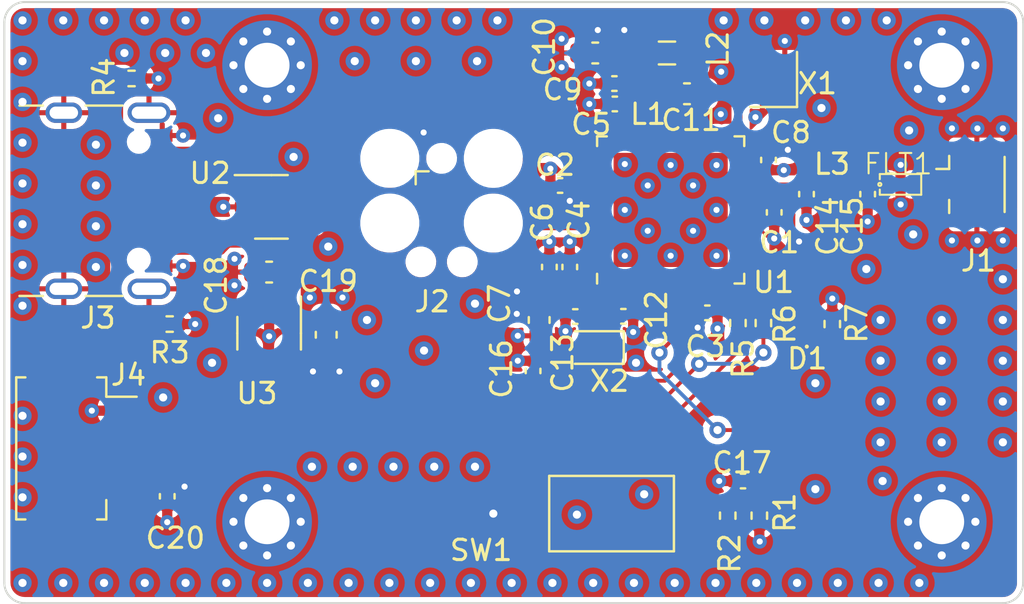
<source format=kicad_pcb>
(kicad_pcb (version 20221018) (generator pcbnew)
  (layers (0 "F.Cu" signal) (1 "In1.Cu" signal) (2 "In2.Cu" signal) (31 "B.Cu" signal) (34 "B.Paste" user) (35 "F.Paste" user) (36 "B.SilkS" user "B.Silkscreen") (37 "F.SilkS" user "F.Silkscreen") (38 "B.Mask" user) (39 "F.Mask" user) (44 "Edge.Cuts" user))
  (net 0 "")
  (net 1 "+3V3")
  (net 2 "GND")
  (net 3 "/SMPSFB")
  (net 4 "/LSE_OUT")
  (net 5 "/LSE_IN")
  (net 6 "/RF")
  (net 7 "/RF_MATCH")
  (net 8 "/SWD_NRST")
  (net 9 "Net-(U1-PH3)")
  (net 10 "+5V")
  (net 11 "/LED_C")
  (net 12 "/LED_A")
  (net 13 "/RF_ANT")
  (net 14 "/SWD_DIO")
  (net 15 "/SWD_CLK")
  (net 16 "/SWD_TRC")
  (net 17 "Net-(J3-CC1)")
  (net 18 "Net-(J3-D+-PadA6)")
  (net 19 "Net-(J3-D--PadA7)")
  (net 21 "Net-(J3-CC2)")
  (net 23 "/USB_RXC")
  (net 24 "/USB_TXC")
  (net 25 "/SMPSLX")
  (net 26 "/SMPSLXL")
  (net 27 "Net-(R2-Pad2)")
  (net 28 "/UART_TX")
  (net 29 "/UART_RX")
  (net 40 "/HSE_OUT")
  (net 41 "/HSE_IN")
  (net 48 "/USB_D-")
  (net 49 "/USB_D+")
  (footprint "Resistor_SMD:R_0402_1005Metric" (layer "F.Cu") (at 68.12 62.3)
    (fp_text reference "R3")
    (fp_text value "5k1")
  )
  (footprint "Resistor_SMD:R_0402_1005Metric" (layer "F.Cu") (at 66.25 50.25)
    (fp_text reference "R4")
    (fp_text value "5k1")
  )
  (footprint "Capacitor_SMD:C_0402_1005Metric" (layer "F.Cu") (at 94.5 61.75)
    (fp_text reference "C3")
    (fp_text value "100n")
  )
  (footprint "Resistor_SMD:R_0402_1005Metric" (layer "F.Cu") (at 96 62.25 90)
    (fp_text reference "R5")
    (fp_text value "220")
  )
  (footprint "Capacitor_SMD:C_0402_1005Metric" (layer "F.Cu") (at 86.75 59.5 90)
    (fp_text reference "C6")
    (fp_text value "100n")
  )
  (footprint "Capacitor_SMD:C_0402_1005Metric" (layer "F.Cu") (at 87.75 59.5 90)
    (fp_text reference "C4")
    (fp_text value "100n")
  )
  (footprint "Capacitor_SMD:C_0402_1005Metric" (layer "F.Cu") (at 90.38 61.92)
    (fp_text reference "C12")
    (fp_text value "10p")
  )
  (footprint "RF LPF:DLF162500LT-5028A1" (layer "F.Cu") (at 103.9775 55.4475)
    (fp_text reference "FLT1")
    (fp_text value "~")
  )
  (footprint "Capacitor_SMD:C_0402_1005Metric" (layer "F.Cu") (at 97.78 56.82 -90)
    (fp_text reference "C1")
    (fp_text value "100n")
  )
  (footprint "Capacitor_SMD:C_0402_1005Metric" (layer "F.Cu") (at 96.25 70 180)
    (fp_text reference "C17")
    (fp_text value "100n")
  )
  (footprint "Capacitor_SMD:C_0402_1005Metric" (layer "F.Cu") (at 99.365 55.925 -90)
    (fp_text reference "C14")
    (fp_text value "0p8")
  )
  (footprint "Connector:Tag-Connect_TC2030-IDC-FP_2x03_P1.27mm_Vertical" (layer "F.Cu") (at 81.46 56.71 -90)
    (fp_text reference "J2")
    (fp_text value "Conn_ARM_SWD_TagConnect_TC2030")
  )
  (footprint "Connector_Molex:Molex_PicoBlade_53261-0471_1x04-1MP_P1.25mm_Horizontal" (layer "F.Cu") (at 63.3 68.4 -90)
    (fp_text reference "J4")
    (fp_text value "USB Connector")
  )
  (footprint "Fiducial:Fiducial_1mm_Mask2mm" (layer "F.Cu") (at 62.9 49.3)
    (fp_text reference "FM1" hide)
    (fp_text value "Fiducial")
  )
  (footprint "Connector_Coaxial:U.FL_Hirose_U.FL-R-SMT-1_Vertical" (layer "F.Cu") (at 107.25 55.45)
    (fp_text reference "J1")
    (fp_text value "Conn_Coaxial")
  )
  (footprint "Capacitor_SMD:C_0402_1005Metric" (layer "F.Cu") (at 97.5 54.25 -90)
    (fp_text reference "C8")
    (fp_text value "100n")
  )
  (footprint "MountingHole:MountingHole_2.2mm_M2_Pad_Via" (layer "F.Cu") (at 106 72)
    (fp_text reference "H4" hide)
    (fp_text value "MountingHole_Pad")
  )
  (footprint "Fiducial:Fiducial_1mm_Mask2mm" (layer "F.Cu") (at 101.6 49.6)
    (fp_text reference "FM2" hide)
    (fp_text value "Fiducial")
  )
  (footprint "Button_Switch_SMD:SW_SPST_CK_RS282G05A3" (layer "F.Cu") (at 89.8 71.6 180)
    (fp_text reference "SW1")
    (fp_text value "SW_Push")
  )
  (footprint "Package_DFN_QFN:QFN-48-1EP_7x7mm_P0.5mm_EP5.6x5.6mm" (layer "F.Cu") (at 92.7 56.7 90)
    (fp_text reference "U1")
    (fp_text value "STM32WB55CEU6")
  )
  (footprint "Inductor_SMD:L_0805_2012Metric" (layer "F.Cu") (at 92.52 49)
    (fp_text reference "L2")
    (fp_text value "10u")
  )
  (footprint "Inductor_SMD:L_0402_1005Metric" (layer "F.Cu") (at 91.46 51.015 90)
    (fp_text reference "L1")
    (fp_text value "10n")
  )
  (footprint "Capacitor_SMD:C_0402_1005Metric" (layer "F.Cu") (at 89.96 51.5 180)
    (fp_text reference "C5")
    (fp_text value "100n")
  )
  (footprint "Package_TO_SOT_SMD:SOT-23-5" (layer "F.Cu") (at 73 62.75 -90)
    (fp_text reference "U3")
    (fp_text value "MIC5365-3.3YD5")
  )
  (footprint "Capacitor_SMD:C_0603_1608Metric" (layer "F.Cu") (at 93.5 51)
    (fp_text reference "C11")
    (fp_text value "4u7")
  )
  (footprint "Resistor_SMD:R_0402_1005Metric" (layer "F.Cu") (at 95.5 71.7 -90)
    (fp_text reference "R2")
    (fp_text value "220")
  )
  (footprint "Capacitor_SMD:C_0603_1608Metric" (layer "F.Cu") (at 75.8 62.825 90)
    (fp_text reference "C19")
    (fp_text value "4u7")
  )
  (footprint "Inductor_SMD:L_0402_1005Metric" (layer "F.Cu") (at 100.865 55.45)
    (fp_text reference "L3")
    (fp_text value "2n7")
  )
  (footprint "Capacitor_SMD:C_0603_1608Metric" (layer "F.Cu") (at 89 49 180)
    (fp_text reference "C10")
    (fp_text value "4u7")
  )
  (footprint "Package_TO_SOT_SMD:SOT-23-6" (layer "F.Cu") (at 73.1125 56.55)
    (fp_text reference "U2")
    (fp_text value "USBLC6-2SC6")
  )
  (footprint "Resistor_SMD:R_0402_1005Metric" (layer "F.Cu") (at 100.63 62.3 -90)
    (fp_text reference "R7")
    (fp_text value "220")
  )
  (footprint "Capacitor_SMD:C_0402_1005Metric" (layer "F.Cu") (at 87.275 55.5 180)
    (fp_text reference "C2")
    (fp_text value "100n")
  )
  (footprint "LED_SMD:LED_0402_1005Metric" (layer "F.Cu") (at 99.38 62.315 90)
    (fp_text reference "D1")
    (fp_text value "LED")
  )
  (footprint "Crystal:Crystal_SMD_2016-4Pin_2.0x1.6mm" (layer "F.Cu") (at 97.75 50.3 90)
    (fp_text reference "X1")
    (fp_text value "32 MHz")
  )
  (footprint "Capacitor_SMD:C_0402_1005Metric" (layer "F.Cu") (at 68 70.75 -90)
    (fp_text reference "C20")
    (fp_text value "100n")
  )
  (footprint "MountingHole:MountingHole_2.2mm_M2_Pad_Via" (layer "F.Cu") (at 72.9 72)
    (fp_text reference "H2" hide)
    (fp_text value "MountingHole_Pad")
  )
  (footprint "Capacitor_SMD:C_0603_1608Metric" (layer "F.Cu") (at 73 59.75 180)
    (fp_text reference "C18")
    (fp_text value "4u7")
  )
  (footprint "Resistor_SMD:R_0402_1005Metric" (layer "F.Cu") (at 97.25 62.25 90)
    (fp_text reference "R6")
    (fp_text value "220")
  )
  (footprint "MountingHole:MountingHole_2.2mm_M2_Pad_Via" (layer "F.Cu") (at 106 49.6)
    (fp_text reference "H3" hide)
    (fp_text value "MountingHole_Pad")
  )
  (footprint "Capacitor_SMD:C_0402_1005Metric" (layer "F.Cu") (at 102.365 55.925 -90)
    (fp_text reference "C15")
    (fp_text value "0p3")
  )
  (footprint "Resistor_SMD:R_0402_1005Metric" (layer "F.Cu") (at 97.05 71.7 -90)
    (fp_text reference "R1")
    (fp_text value "5k1")
  )
  (footprint "Fiducial:Fiducial_1mm_Mask2mm" (layer "F.Cu") (at 101.6 72)
    (fp_text reference "FM3" hide)
    (fp_text value "Fiducial")
  )
  (footprint "Capacitor_SMD:C_0402_1005Metric" (layer "F.Cu") (at 88.02 61.93 180)
    (fp_text reference "C13")
    (fp_text value "10p")
  )
  (footprint "Connector_USB:USB_C_Receptacle_GCT_USB4105-xx-A_16P_TopMnt_Horizontal" (layer "F.Cu") (at 64 56.25 -90)
    (fp_text reference "J3")
    (fp_text value "USB_C_Receptacle_USB2.0")
  )
  (footprint "Capacitor_SMD:C_0402_1005Metric" (layer "F.Cu") (at 85.95 64.6 90)
    (fp_text reference "C16")
    (fp_text value "0u1")
  )
  (footprint "Capacitor_SMD:C_0603_1608Metric" (layer "F.Cu") (at 86.25 62.1 -90)
    (fp_text reference "C7")
    (fp_text value "4u7")
  )
  (footprint "Capacitor_SMD:C_0402_1005Metric" (layer "F.Cu") (at 89.94 50.5 180)
    (fp_text reference "C9")
    (fp_text value "100n")
  )
  (footprint "Crystal:Crystal_SMD_2012-2Pin_2.0x1.2mm" (layer "F.Cu") (at 89.2 63.45 180)
    (fp_text reference "X2")
    (fp_text value "32.768 kHz")
  )
  (footprint "MountingHole:MountingHole_2.2mm_M2_Pad_Via" (layer "F.Cu") (at 72.9 49.6)
    (fp_text reference "H1" hide)
    (fp_text value "MountingHole_Pad")
  )
  (gr_arc (start 109.992893 74.992893) (mid 109.7 75.7) (end 108.992893 75.992893) (stroke (width 0.1)) (layer "Edge.Cuts"))
  (gr_line (start 60.007107 47.5) (end 60.007107 74.992893) (stroke (width 0.1)) (layer "Edge.Cuts"))
  (gr_line (start 110 47.500025) (end 109.992893 74.992893) (stroke (width 0.1)) (layer "Edge.Cuts"))
  (gr_arc (start 108.992893 46.5) (mid 109.702545 46.792469) (end 110 47.500025) (stroke (width 0.1)) (layer "Edge.Cuts"))
  (gr_line (start 108.992893 75.992893) (end 61.007107 75.992893) (stroke (width 0.1)) (layer "Edge.Cuts"))
  (gr_line (start 61.007107 46.5) (end 108.992893 46.5) (stroke (width 0.1)) (layer "Edge.Cuts"))
  (gr_arc (start 61.007107 75.992893) (mid 60.3 75.7) (end 60.007107 74.992893) (stroke (width 0.1)) (layer "Edge.Cuts"))
  (gr_arc (start 60.007107 47.5) (mid 60.299997 46.79289) (end 61.007107 46.5) (stroke (width 0.1)) (layer "Edge.Cuts"))
  (segment (start 80.825 54.905) (end 80.825 55.44) (width 0.25) (layer "F.Cu") (net 1))
  (segment (start 97.443604 53.77) (end 97.5 53.77) (width 0.25) (layer "F.Cu") (net 1))
  (segment (start 94.025 61.725) (end 94.025 62.475) (width 0.5) (layer "F.Cu") (net 1))
  (segment (start 96.78 55.95) (end 97.17 56.34) (width 0.25) (layer "F.Cu") (net 1))
  (segment (start 68.005 70.275) (end 68 70.27) (width 0.5) (layer "F.Cu") (net 1))
  (segment (start 85.9 71.6) (end 84 71.6) (width 0.5) (layer "F.Cu") (net 1))
  (segment (start 68.85 70.275) (end 68.005 70.275) (width 0.5) (layer "F.Cu") (net 1))
  (segment (start 80.5797 52.9) (end 80.5797 54.6597) (width 0.25) (layer "F.Cu") (net 1))
  (segment (start 89.2625 55.45) (end 87.805 55.45) (width 0.25) (layer "F.Cu") (net 1))
  (segment (start 98.565 56.940614) (end 98.565 57.815) (width 0.5) (layer "F.Cu") (net 1))
  (segment (start 90.95 53.2625) (end 90.95 52.84) (width 0.25) (layer "F.Cu") (net 1))
  (segment (start 87.75 56.2555) (end 87.75 55.505) (width 0.5) (layer "F.Cu") (net 1))
  (segment (start 90.45 51.51) (end 90.44 51.5) (width 0.5) (layer "F.Cu") (net 1))
  (segment (start 97.78 56.34) (end 97.964386 56.34) (width 0.5) (layer "F.Cu") (net 1))
  (segment (start 93.45 60.85603) (end 94.02 61.42603) (width 0.25) (layer "F.Cu") (net 1))
  (segment (start 98.565 57.815) (end 99 58.25) (width 0.5) (layer "F.Cu") (net 1))
  (segment (start 80.5797 54.6597) (end 80.825 54.905) (width 0.25) (layer "F.Cu") (net 1))
  (segment (start 97.964386 56.34) (end 98.565 56.940614) (width 0.5) (layer "F.Cu") (net 1))
  (segment (start 93.45 60.1375) (end 93.45 60.85603) (width 0.25) (layer "F.Cu") (net 1))
  (segment (start 90.95 52.84) (end 90.45 52.34) (width 0.25) (layer "F.Cu") (net 1))
  (segment (start 97.45 53.75) (end 98.45 53.75) (width 0.5) (layer "F.Cu") (net 1))
  (segment (start 96.1375 54.45) (end 96.763604 54.45) (width 0.25) (layer "F.Cu") (net 1))
  (segment (start 65.7 70.275) (end 67.995 70.275) (width 0.5) (layer "F.Cu") (net 1))
  (segment (start 90.45 53.2625) (end 90.45 52.34) (width 0.25) (layer "F.Cu") (net 1))
  (segment (start 94.02 61.42603) (end 94.02 61.75) (width 0.25) (layer "F.Cu") (net 1))
  (segment (start 67.995 70.275) (end 68 70.27) (width 0.5) (layer "F.Cu") (net 1))
  (segment (start 90.45 52.34) (end 90.45 51.51) (width 0.5) (layer "F.Cu") (net 1))
  (segment (start 96.1375 55.95) (end 96.78 55.95) (width 0.25) (layer "F.Cu") (net 1))
  (segment (start 87.75 55.505) (end 87.755 55.5) (width 0.5) (layer "F.Cu") (net 1))
  (segment (start 87.805 55.45) (end 87.755 55.5) (width 0.25) (layer "F.Cu") (net 1))
  (segment (start 96.763604 54.45) (end 97.443604 53.77) (width 0.25) (layer "F.Cu") (net 1))
  (segment (start 97.17 56.34) (end 97.78 56.34) (width 0.25) (layer "F.Cu") (net 1))
  (via (at 68.85 70.275) (size 0.7) (drill 0.3) (layers "F.Cu" "B.Cu") (net 1))
  (via (at 89.125 47.875) (size 0.7) (drill 0.3) (layers "F.Cu" "B.Cu") (net 1))
  (via (at 80.5797 52.9) (size 0.7) (drill 0.3) (layers "F.Cu" "B.Cu") (net 1))
  (via (at 84 71.6) (size 0.8) (drill 0.4) (layers "F.Cu" "B.Cu") (net 1))
  (via (at 99 58.25) (size 0.7) (drill 0.3) (layers "F.Cu" "B.Cu") (net 1))
  (via (at 75.15 64.625) (size 0.7) (drill 0.3) (layers "F.Cu" "B.Cu") (net 1))
  (via (at 94.025 62.475) (size 0.7) (drill 0.3) (layers "F.Cu" "B.Cu") (net 1))
  (via (at 76.45 64.625) (size 0.7) (drill 0.3) (layers "F.Cu" "B.Cu") (net 1))
  (via (at 87.75 56.2555) (size 0.7) (drill 0.3) (layers "F.Cu" "B.Cu") (net 1))
  (via (at 98.45 53.75) (size 0.7) (drill 0.3) (layers "F.Cu" "B.Cu") (net 1))
  (via (at 90.425 47.875) (size 0.7) (drill 0.3) (layers "F.Cu" "B.Cu") (net 1))
  (via (at 85.15 61.8) (size 0.7) (drill 0.3) (layers "F.Cu" "B.Cu") (net 1))
  (via (at 85.16 60.7) (size 0.7) (drill 0.3) (layers "F.Cu" "B.Cu") (net 1))
  (segment (start 89.48 50.5) (end 88.71 50.5) (width 0.5) (layer "F.Cu") (net 2))
  (segment (start 89.48 51.5) (end 88.71 51.5) (width 0.5) (layer "F.Cu") (net 2))
  (segment (start 98.25 54.75) (end 97.52 54.75) (width 0.5) (layer "F.Cu") (net 2))
  (segment (start 86.8 54.675) (end 86.8 55.495) (width 0.5) (layer "F.Cu") (net 2))
  (segment (start 86.8 55.495) (end 86.795 55.5) (width 0.5) (layer "F.Cu") (net 2))
  (segment (start 68.6 62.3) (end 69.37 62.3) (width 0.5) (layer "F.Cu") (net 2))
  (segment (start 103.9775 54.4975) (end 103.985 54.49) (width 0.5) (layer "F.Cu") (net 2))
  (segment (start 68 71.25) (end 68 72.02) (width 0.5) (layer "F.Cu") (net 2))
  (segment (start 86.75 59.02) (end 86.75 58.25) (width 0.5) (layer "F.Cu") (net 2))
  (segment (start 91.95 55.95) (end 92.7 56.7) (width 0.25) (layer "F.Cu") (net 2))
  (segment (start 85.97 64.1) (end 85.2 64.1) (width 0.5) (layer "F.Cu") (net 2))
  (segment (start 95 61.75) (end 95 62.52) (width 0.5) (layer "F.Cu") (net 2))
  (segment (start 97.05 72.21) (end 97.05 72.95) (width 0.5) (layer "F.Cu") (net 2))
  (segment (start 103.9775 55.22) (end 103.9775 54.4975) (width 0.5) (layer "F.Cu") (net 2))
  (segment (start 97.78 57.33) (end 97.78 58.1) (width 0.5) (layer "F.Cu") (net 2))
  (segment (start 103.9775 56.4225) (end 103.985 56.43) (width 0.5) (layer "F.Cu") (net 2))
  (segment (start 97.12 54.73) (end 97.5 54.73) (width 0.25) (layer "F.Cu") (net 2))
  (segment (start 73 62.9) (end 73 61.6125) (width 0.5) (layer "F.Cu") (net 2))
  (segment (start 91.95 53.2625) (end 91.95 55.95) (width 0.25) (layer "F.Cu") (net 2))
  (segment (start 65.675 66.55) (end 65.7 66.525) (width 0.5) (layer "F.Cu") (net 2))
  (segment (start 95.85 70) (end 95.08 70) (width 0.5) (layer "F.Cu") (net 2))
  (segment (start 100.63 61.82) (end 100.63 61.05) (width 0.5) (layer "F.Cu") (net 2))
  (segment (start 90.86 61.92) (end 90.86 62.69) (width 0.5) (layer "F.Cu") (net 2))
  (segment (start 102.365 56.5) (end 102.365 57.27) (width 0.5) (layer "F.Cu") (net 2))
  (segment (start 96.9 54.95) (end 97.12 54.73) (width 0.25) (layer "F.Cu") (net 2))
  (segment (start 97.52 54.75) (end 97.5 54.73) (width 0.5) (layer "F.Cu") (net 2))
  (segment (start 87.75 59.02) (end 87.75 58.25) (width 0.5) (layer "F.Cu") (net 2))
  (segment (start 87.54 61.88) (end 87.54 62.65) (width 0.5) (layer "F.Cu") (net 2))
  (segment (start 96.1375 54.95) (end 96.9 54.95) (width 0.25) (layer "F.Cu") (net 2))
  (segment (start 99.365 56.425) (end 99.365 57.195) (width 0.5) (layer "F.Cu") (net 2))
  (segment (start 66.8 50.25) (end 67.57 50.25) (width 0.5) (layer "F.Cu") (net 2))
  (segment (start 103.9775 55.675) (end 103.9775 56.4225) (width 0.5) (layer "F.Cu") (net 2))
  (segment (start 64.3 66.55) (end 65.675 66.55) (width 0.5) (layer "F.Cu") (net 2))
  (via (at 93.8 57.725) (size 0.7) (drill 0.3) (layers "F.Cu" "B.Cu") (net 2))
  (via (at 73 62.9) (size 0.7) (drill 0.3) (layers "F.Cu" "B.Cu") (net 2))
  (via (at 88.1 71.65) (size 0.9) (drill 0.4) (layers "F.Cu" "B.Cu") (net 2))
  (via (at 71.3 60.4) (size 0.7) (drill 0.3) (layers "F.Cu" "B.Cu") (net 2))
  (via (at 76.6 61) (size 0.7) (drill 0.3) (layers "F.Cu" "B.Cu") (net 2))
  (via (at 99.8 65.2) (size 0.9) (drill 0.4) (layers "F.Cu" "B.Cu") (net 2))
  (via (at 106 62.1) (size 0.9) (drill 0.4) (layers "F.Cu" "B.Cu") (net 2))
  (via (at 98.9 75) (size 0.9) (drill 0.4) (layers "F.Cu" "B.Cu") (net 2))
  (via (at 70.5 52.2) (size 0.9) (drill 0.4) (layers "F.Cu" "B.Cu") (net 2))
  (via (at 90.45 56.7) (size 0.7) (drill 0.3) (layers "F.Cu" "B.Cu") (net 2))
  (via (at 60.9 57.4) (size 0.9) (drill 0.4) (layers "F.Cu" "B.Cu") (net 2))
  (via (at 102.3 59.6) (size 0.9) (drill 0.4) (layers "F.Cu" "B.Cu") (net 2))
  (via (at 75.9 58.5) (size 0.9) (drill 0.4) (layers "F.Cu" "B.Cu") (net 2))
  (via (at 76.9 75) (size 0.9) (drill 0.4) (layers "F.Cu" "B.Cu") (net 2))
  (via (at 98.25 54.75) (size 0.7) (drill 0.3) (layers "F.Cu" "B.Cu") (net 2))
  (via (at 78.2 65.2) (size 0.9) (drill 0.4) (layers "F.Cu" "B.Cu") (net 2))
  (via (at 95.16 52) (size 0.7) (drill 0.3) (layers "F.Cu" "B.Cu") (net 2))
  (via (at 95 62.52) (size 0.7) (drill 0.3) (layers "F.Cu" "B.Cu") (net 2))
  (via (at 85.2 62.875) (size 0.7) (drill 0.3) (layers "F.Cu" "B.Cu") (net 2))
  (via (at 65.9 49) (size 0.9) (drill 0.4) (layers "F.Cu" "B.Cu") (net 2))
  (via (at 103.3 47.4) (size 0.9) (drill 0.4) (layers "F.Cu" "B.Cu") (net 2))
  (via (at 83.2 49.4) (size 0.9) (drill 0.4) (layers "F.Cu" "B.Cu") (net 2))
  (via (at 103 68.1) (size 0.9) (drill 0.4) (layers "F.Cu" "B.Cu") (net 2))
  (via (at 60.9 75) (size 0.9) (drill 0.4) (layers "F.Cu" "B.Cu") (net 2))
  (via (at 100.9 75) (size 0.9) (drill 0.4) (layers "F.Cu" "B.Cu") (net 2))
  (via (at 106 68.1) (size 0.9) (drill 0.4) (layers "F.Cu" "B.Cu") (net 2))
  (via (at 62.9 75) (size 0.9) (drill 0.4) (layers "F.Cu" "B.Cu") (net 2))
  (via (at 60.9 53.4) (size 0.9) (drill 0.4) (layers "F.Cu" "B.Cu") (net 2))
  (via (at 97.78 58.1) (size 0.7) (drill 0.3) (layers "F.Cu" "B.Cu") (net 2))
  (via (at 98.3 48.41) (size 0.7) (drill 0.3) (layers "F.Cu" "B.Cu") (net 2))
  (via (at 109 66.1) (size 0.9) (drill 0.4) (layers "F.Cu" "B.Cu") (net 2))
  (via (at 109 52.7) (size 0.7) (drill 0.3) (layers "F.Cu" "B.Cu") (net 2))
  (via (at 91.575 55.5) (size 0.7) (drill 0.3) (layers "F.Cu" "B.Cu") (net 2))
  (via (at 77.1 69.3) (size 0.9) (drill 0.4) (layers "F.Cu" "B.Cu") (net 2))
  (via (at 82.2 47.4) (size 0.9) (drill 0.4) (layers "F.Cu" "B.Cu") (net 2))
  (via (at 60.9 55.4) (size 0.9) (drill 0.4) (layers "F.Cu" "B.Cu") (net 2))
  (via (at 64.5 59.5) (size 0.9) (drill 0.4) (layers "F.Cu" "B.Cu") (net 2))
  (via (at 83.1 69.3) (size 0.9) (drill 0.4) (layers "F.Cu" "B.Cu") (net 2))
  (via (at 99.3 47.4) (size 0.9) (drill 0.4) (layers "F.Cu" "B.Cu") (net 2))
  (via (at 106 64.1) (size 0.9) (drill 0.4) (layers "F.Cu" "B.Cu") (net 2))
  (via (at 107.75 52.7) (size 0.7) (drill 0.3) (layers "F.Cu" "B.Cu") (net 2))
  (via (at 80.2 47.4) (size 0.9) (drill 0.4) (layers "F.Cu" "B.Cu") (net 2))
  (via (at 68 72.02) (size 0.7) (drill 0.3) (layers "F.Cu" "B.Cu") (net 2))
  (via (at 77.8 62.1) (size 0.9) (drill 0.4) (layers "F.Cu" "B.Cu") (net 2))
  (via (at 102.365 57.27) (size 0.7) (drill 0.3) (layers "F.Cu" "B.Cu") (net 2))
  (via (at 104.9 75) (size 0.9) (drill 0.4) (layers "F.Cu" "B.Cu") (net 2))
  (via (at 64.5 53.5) (size 0.9) (drill 0.4) (layers "F.Cu" "B.Cu") (net 2))
  (via (at 71.3 59.1) (size 0.7) (drill 0.3) (layers "F.Cu" "B.Cu") (net 2))
  (via (at 96.86 52.15) (size 0.7) (drill 0.3) (layers "F.Cu" "B.Cu") (net 2))
  (via (at 104.4 52.8) (size 0.9) (drill 0.4) (layers "F.Cu" "B.Cu") (net 2))
  (via (at 91 64.2) (size 0.8) (drill 0.4) (layers "F.Cu" "B.Cu") (net 2))
  (via (at 99.8 70.4) (size 0.9) (drill 0.4) (layers "F.Cu" "B.Cu") (net 2))
  (via (at 103.985 56.43) (size 0.7) (drill 0.3) (layers "F.Cu" "B.Cu") (net 2))
  (via (at 94.9 75) (size 0.9) (drill 0.4) (layers "F.Cu" "B.Cu") (net 2))
  (via (at 60.9 66.8) (size 0.9) (drill 0.4) (layers "F.Cu" "B.Cu") (net 2))
  (via (at 78.2 47.4) (size 0.9) (drill 0.4) (layers "F.Cu" "B.Cu") (net 2))
  (via (at 87.35 48.3) (size 0.7) (drill 0.3) (layers "F.Cu" "B.Cu") (net 2))
  (via (at 93.8 55.5) (size 0.7) (drill 0.3) (layers "F.Cu" "B.Cu") (net 2))
  (via (at 76.2 47.4) (size 0.9) (drill 0.4) (layers "F.Cu" "B.Cu") (net 2))
  (via (at 70.9 75) (size 0.9) (drill 0.4) (layers "F.Cu" "B.Cu") (net 2))
  (via (at 106.5 58.2) (size 0.7) (drill 0.3) (layers "F.Cu" "B.Cu") (net 2))
  (via (at 67.9 49) (size 0.9) (drill 0.4) (layers "F.Cu" "B.Cu") (net 2))
  (via (at 72.9 75) (size 0.9) (drill 0.4) (layers "F.Cu" "B.Cu") (net 2))
  (via (at 90.9 75) (size 0.9) (drill 0.4) (layers "F.Cu" "B.Cu") (net 2))
  (via (at 60.9 51.4) (size 0.9) (drill 0.4) (layers "F.Cu" "B.Cu") (net 2))
  (via (at 88.9 75) (size 0.9) (drill 0.4) (layers "F.Cu" "B.Cu") (net 2))
  (via (at 86.75 58.25) (size 0.7) (drill 0.3) (layers "F.Cu" "B.Cu") (net 2))
  (via (at 66.9 47.4) (size 0.9) (drill 0.4) (layers "F.Cu" "B.Cu") (net 2))
  (via (at 109 60.1) (size 0.9) (drill 0.4) (layers "F.Cu" "B.Cu") (net 2))
  (via (at 90.45 54.45) (size 0.7) (drill 0.3) (layers "F.Cu" "B.Cu") (net 2))
  (via (at 109 68.1) (size 0.9) (drill 0.4) (layers "F.Cu" "B.Cu") (net 2))
  (via (at 95.3 47.4) (size 0.9) (drill 0.4) (layers "F.Cu" "B.Cu") (net 2))
  (via (at 97.07 72.97) (size 0.7) (drill 0.3) (layers "F.Cu" "B.Cu") (net 2))
  (via (at 60.9 61.4) (size 0.9) (drill 0.4) (layers "F.Cu" "B.Cu") (net 2))
  (via (at 97.3 47.4) (size 0.9) (drill 0.4) (layers "F.Cu" "B.Cu") (net 2))
  (via (at 77.2 49.4) (size 0.9) (drill 0.4) (layers "F.Cu" "B.Cu") (net 2))
  (via (at 60.9 47.4) (size 0.9) (drill 0.4) (layers "F.Cu" "B.Cu") (net 2))
  (via (at 87.35 49.7) (size 0.7) (drill 0.3) (layers "F.Cu" "B.Cu") (net 2))
  (via (at 103.985 54.49) (size 0.7) (drill 0.3) (layers "F.Cu" "B.Cu") (net 2))
  (via (at 62.9 47.4) (size 0.9) (drill 0.4) (layers "F.Cu" "B.Cu") (net 2))
  (via (at 68.9 75) (size 0.9) (drill 0.4) (layers "F.Cu" "B.Cu") (net 2))
  (via (at 94.95 54.5) (size 0.7) (drill 0.3) (layers "F.Cu" "B.Cu") (net 2))
  (via (at 84.9 75) (size 0.9) (drill 0.4) (layers "F.Cu" "B.Cu") (net 2))
  (via (at 69.37 62.3) (size 0.7) (drill 0.3) (layers "F.Cu" "B.Cu") (net 2))
  (via (at 87.75 58.25) (size 0.7) (drill 0.3) (layers "F.Cu" "B.Cu") (net 2))
  (via (at 109 64.1) (size 0.9) (drill 0.4) (layers "F.Cu" "B.Cu") (net 2))
  (via (at 83.1 61.3) (size 0.9) (drill 0.4) (layers "F.Cu" "B.Cu") (net 2))
  (via (at 66.9 75) (size 0.9) (drill 0.4) (layers "F.Cu" "B.Cu") (net 2))
  (via (at 92.7 54.5) (size 0.7) (drill 0.3) (layers "F.Cu" "B.Cu") (net 2))
  (via (at 109 58.2) (size 0.7) (drill 0.3) (layers "F.Cu" "B.Cu") (net 2))
  (via (at 60.9 59.4) (size 0.9) (drill 0.4) (layers "F.Cu" "B.Cu") (net 2))
  (via (at 80.6 63.6) (size 0.9) (drill 0.4) (layers "F.Cu" "B.Cu") (net 2))
  (via (at 91.4 70.65) (size 0.9) (drill 0.4) (layers "F.Cu" "B.Cu") (net 2))
  (via (at 60.9 70.8) (size 0.9) (drill 0.4) (layers "F.Cu" "B.Cu") (net 2))
  (via (at 64.3 66.55) (size 0.7) (drill 0.3) (layers "F.Cu" "B.Cu") (net 2))
  (via (at 102.9 75) (size 0.9) (drill 0.4) (layers "F.Cu" "B.Cu") (net 2))
  (via (at 75 61) (size 0.7) (drill 0.3) (layers "F.Cu" "B.Cu") (net 2))
  (via (at 68.775 59.45) (size 0.7) (drill 0.3) (layers "F.Cu" "B.Cu") (net 2))
  (via (at 60.9 49.4) (size 0.9) (drill 0.4) (layers "F.Cu" "B.Cu") (net 2))
  (via (at 86.9 75) (size 0.9) (drill 0.4) (layers "F.Cu" "B.Cu") (net 2))
  (via (at 64.5 55.5) (size 0.9) (drill 0.4) (layers "F.Cu" "B.Cu") (net 2))
  (via (at 103 62.1) (size 0.9) (drill 0.4) (layers "F.Cu" "B.Cu") (net 2))
  (via (at 92.9 75) (size 0.9) (drill 0.4) (layers "F.Cu" "B.Cu") (net 2))
  (via (at 88.71 51.5) (size 0.7) (drill 0.3) (layers "F.Cu" "B.Cu") (net 2))
  (via (at 70.2 64.2) (size 0.9) (drill 0.4) (layers "F.Cu" "B.Cu") (net 2))
  (via (at 81.1 69.3) (size 0.9) (drill 0.4) (layers "F.Cu" "B.Cu") (net 2))
  (via (at 99.365 57.195) (size 0.7) (drill 0.3) (layers "F.Cu" "B.Cu") (net 2))
  (via (at 60.9 68.8) (size 0.9) (drill 0.4) (layers "F.Cu" "B.Cu") (net 2))
  (via (at 86.8 54.675) (size 0.7) (drill 0.3) (layers "F.Cu" "B.Cu") (net 2))
  (via (at 74.9 75) (size 0.9) (drill 0.4) (layers "F.Cu" "B.Cu") (net 2))
  (via (at 107.75 58.2) (size 0.7) (drill 0.3) (layers "F.Cu" "B.Cu") (net 2))
  (via (at 79.1 69.3) (size 0.9) (drill 0.4) (layers "F.Cu" "B.Cu") (net 2))
  (via (at 95.18 49.92) (size 0.7) (drill 0.3) (layers "F.Cu" "B.Cu") (net 2))
  (via (at 95.08 70) (size 0.7) (drill 0.3) (layers "F.Cu" "B.Cu") (net 2))
  (via (at 78.9 75) (size 0.9) (drill 0.4) (layers "F.Cu" "B.Cu") (net 2))
  (via (at 106.5 52.7) (size 0.7) (drill 0.3) (layers "F.Cu" "B.Cu") (net 2))
  (via (at 90.45 58.95) (size 0.7) (drill 0.3) (layers "F.Cu" "B.Cu") (net 2))
  (via (at 68.775 53.05) (size 0.7) (drill 0.3) (layers "F.Cu" "B.Cu") (net 2))
  (via (at 103 66.1) (size 0.9) (drill 0.4) (layers "F.Cu" "B.Cu") (net 2))
  (via (at 67.57 50.25) (size 0.7) (drill 0.3) (layers "F.Cu" "B.Cu") (net 2))
  (via (at 87.54 62.65) (size 0.7) (drill 0.3) (layers "F.Cu" "B.Cu") (net 2))
  (via (at 82.9 75) (size 0.9) (drill 0.4) (layers "F.Cu" "B.Cu") (net 2))
  (via (at 64.5 57.5) (size 0.9) (drill 0.4) (layers "F.Cu" "B.Cu") (net 2))
  (via (at 84.2 47.4) (size 0.9) (drill 0.4) (layers "F.Cu" "B.Cu") (net 2))
  (via (at 74.2 54.1) (size 0.9) (drill 0.4) (layers "F.Cu" "B.Cu") (net 2))
  (via (at 88.71 50.5) (size 0.7) (drill 0.3) (layers "F.Cu" "B.Cu") (net 2))
  (via (at 70.75 56.55) (size 0.7) (drill 0.3) (layers "F.Cu" "B.Cu") (net 2))
  (via (at 94.95 58.95) (size 0.7) (drill 0.3) (layers "F.Cu" "B.Cu") (net 2))
  (via (at 85.2 64.1) (size 0.7) (drill 0.3) (layers "F.Cu" "B.Cu") (net 2))
  (via (at 68.9 47.4) (size 0.9) (drill 0.4) (layers "F.Cu" "B.Cu") (net 2))
  (via (at 64.9 47.4) (size 0.9) (drill 0.4) (layers "F.Cu" "B.Cu") (net 2))
  (via (at 96.9 75) (size 0.9) (drill 0.4) (layers "F.Cu" "B.Cu") (net 2))
  (via (at 100.1 51.7) (size 0.9) (drill 0.4) (layers "F.Cu" "B.Cu") (net 2))
  (via (at 80.9 75) (size 0.9) (drill 0.4) (layers "F.Cu" "B.Cu") (net 2))
  (via (at 80.2 49.4) (size 0.9) (drill 0.4) (layers "F.Cu" "B.Cu") (net 2))
  (via (at 101.3 47.4) (size 0.9) (drill 0.4) (layers "F.Cu" "B.Cu") (net 2))
  (via (at 92.7 58.95) (size 0.7) (drill 0.3) (layers "F.Cu" "B.Cu") (net 2))
  (via (at 103 64.1) (size 0.9) (drill 0.4) (layers "F.Cu" "B.Cu") (net 2))
  (via (at 106 66.1) (size 0.9) (drill 0.4) (layers "F.Cu" "B.Cu") (net 2))
  (via (at 91.575 57.725) (size 0.7) (drill 0.3) (layers "F.Cu" "B.Cu") (net 2))
  (via (at 64.9 75) (size 0.9) (drill 0.4) (layers "F.Cu" "B.Cu") (net 2))
  (via (at 67.8 65.9) (size 0.9) (drill 0.4) (layers "F.Cu" "B.Cu") (net 2))
  (via (at 104.6 57.9) (size 0.9) (drill 0.4) (layers "F.Cu" "B.Cu") (net 2))
  (via (at 94.95 56.7) (size 0.7) (drill 0.3) (layers "F.Cu" "B.Cu") (net 2))
  (via (at 69.9 49) (size 0.9) (drill 0.4) (layers "F.Cu" "B.Cu") (net 2))
  (via (at 100.63 61.05) (size 0.7) (drill 0.3) (layers "F.Cu" "B.Cu") (net 2))
  (via (at 109 62.1) (size 0.9) (drill 0.4) (layers "F.Cu" "B.Cu") (net 2))
  (via (at 103.1 70) (size 0.9) (drill 0.4) (layers "F.Cu" "B.Cu") (net 2))
  (via (at 90.86 62.69) (size 0.7) (drill 0.3) (layers "F.Cu" "B.Cu") (net 2))
  (via (at 75.1 69.3) (size 0.9) (drill 0.4) (layers "F.Cu" "B.Cu") (net 2))
  (segment (start 89.9 61.92) (end 89.9 63.45) (width 0.19) (layer "F.Cu") (net 4))
  (segment (start 90.95 60.1375) (end 90.95 60.901544) (width 0.19) (layer "F.Cu") (net 4))
  (segment (start 90.95 60.901544) (end 89.931544 61.92) (width 0.19) (layer "F.Cu") (net 4))
  (segment (start 88.5 61.35) (end 88.5 61.93) (width 0.19) (layer "F.Cu") (net 5))
  (segment (start 88.8 61.05) (end 88.5 61.35) (width 0.19) (layer "F.Cu") (net 5))
  (segment (start 90.45 60.85) (end 90.25 61.05) (width 0.19) (layer "F.Cu") (net 5))
  (segment (start 90.45 60.1375) (end 90.45 60.85) (width 0.19) (layer "F.Cu") (net 5))
  (segment (start 90.25 61.05) (end 88.8 61.05) (width 0.19) (layer "F.Cu") (net 5))
  (segment (start 88.5 61.93) (end 88.5 63.45) (width 0.19) (layer "F.Cu") (net 5))
  (segment (start 100.375 55.445) (end 100.38 55.45) (width 0.19) (layer "F.Cu") (net 6))
  (segment (start 99.36 55.45) (end 99.365 55.445) (width 0.19) (layer "F.Cu") (net 6))
  (segment (start 96.1375 55.45) (end 99.36 55.45) (width 0.19) (layer "F.Cu") (net 6))
  (segment (start 99.365 55.445) (end 100.375 55.445) (width 0.19) (layer "F.Cu") (net 6))
  (segment (start 103.3625 55.445) (end 103.365 55.4475) (width 0.19) (layer "F.Cu") (net 7))
  (segment (start 101.35 55.45) (end 102.36 55.45) (width 0.19) (layer "F.Cu") (net 7))
  (segment (start 102.365 55.445) (end 103.3625 55.445) (width 0.19) (layer "F.Cu") (net 7))
  (segment (start 102.36 55.45) (end 102.365 55.445) (width 0.19) (layer "F.Cu") (net 7))
  (segment (start 79.571354 55.7) (end 79.815 55.7) (width 0.19) (layer "F.Cu") (net 8))
  (segment (start 92.95 60.95) (end 93.1 61.1) (width 0.19) (layer "F.Cu") (net 8))
  (segment (start 92.95 60.1375) (end 92.95 60.95) (width 0.19) (layer "F.Cu") (net 8))
  (segment (start 77.2 59.3) (end 77.2 56.7) (width 0.19) (layer "F.Cu") (net 8))
  (segment (start 79.815 55.7) (end 80.825 56.71) (width 0.19) (layer "F.Cu") (net 8))
  (segment (start 78.18755 55.71245) (end 79.558904 55.71245) (width 0.19) (layer "F.Cu") (net 8))
  (segment (start 77.2 56.7) (end 78.18755 55.71245) (width 0.19) (layer "F.Cu") (net 8))
  (segment (start 85.95 65.08) (end 80.08 65.08) (width 0.19) (layer "F.Cu") (net 8))
  (segment (start 92.42 65.08) (end 85.95 65.08) (width 0.19) (layer "F.Cu") (net 8))
  (segment (start 93.1 61.1) (end 93.1 64.4) (width 0.19) (layer "F.Cu") (net 8))
  (segment (start 79.026653 61.126653) (end 77.2 59.3) (width 0.19) (layer "F.Cu") (net 8))
  (segment (start 80.08 65.08) (end 79.026653 64.026653) (width 0.19) (layer "F.Cu") (net 8))
  (segment (start 79.026653 64.026653) (end 79.026653 61.126653) (width 0.19) (layer "F.Cu") (net 8))
  (segment (start 93.1 64.4) (end 92.42 65.08) (width 0.19) (layer "F.Cu") (net 8))
  (segment (start 79.558904 55.71245) (end 79.571354 55.7) (width 0.19) (layer "F.Cu") (net 8))
  (segment (start 91.65 61) (end 92.35 61) (width 0.19) (layer "F.Cu") (net 9))
  (segment (start 95.8 67.5) (end 96.73 68.43) (width 0.19) (layer "F.Cu") (net 9))
  (segment (start 97.05 70.8) (end 97.05 71.19) (width 0.19) (layer "F.Cu") (net 9))
  (segment (start 91.45 60.8) (end 91.65 61) (width 0.19) (layer "F.Cu") (net 9))
  (segment (start 91.45 60.1375) (end 91.45 60.8) (width 0.19) (layer "F.Cu") (net 9))
  (segment (start 92.35 61) (end 92.65 61.3) (width 0.19) (layer "F.Cu") (net 9))
  (segment (start 92.65 63.2) (end 92.15 63.7) (width 0.19) (layer "F.Cu") (net 9))
  (segment (start 96.73 68.43) (end 96.73 70) (width 0.19) (layer "F.Cu") (net 9))
  (segment (start 96.73 70) (end 96.73 70.48) (width 0.19) (layer "F.Cu") (net 9))
  (segment (start 92.65 61.3) (end 92.65 63.2) (width 0.19) (layer "F.Cu") (net 9))
  (segment (start 96.73 70.48) (end 97.05 70.8) (width 0.19) (layer "F.Cu") (net 9))
  (segment (start 97.05 71.19) (end 95.5 71.19) (width 0.19) (layer "F.Cu") (net 9))
  (segment (start 95 67.5) (end 95.8 67.5) (width 0.19) (layer "F.Cu") (net 9))
  (via (at 92.15 63.7) (size 0.8) (drill 0.4) (layers "F.Cu" "B.Cu") (net 9))
  (via (at 95 67.5) (size 0.8) (drill 0.4) (layers "F.Cu" "B.Cu") (net 9))
  (segment (start 92.15 64.65) (end 95 67.5) (width 0.19) (layer "B.Cu") (net 9))
  (segment (start 92.15 63.7) (end 92.15 64.65) (width 0.19) (layer "B.Cu") (net 9))
  (segment (start 72.820675 60.5) (end 73.95 60.5) (width 0.19) (layer "F.Cu") (net 10))
  (segment (start 72.05 61.270675) (end 72.820675 60.5) (width 0.19) (layer "F.Cu") (net 10))
  (segment (start 71.736028 53.85) (end 73.1375 55.251472) (width 0.5) (layer "F.Cu") (net 10))
  (segment (start 67.68 53.85) (end 71.736028 53.85) (width 0.5) (layer "F.Cu") (net 10))
  (segment (start 70.968629 58.3) (end 73.4 58.3) (width 0.5) (layer "F.Cu") (net 10))
  (segment (start 73.95 61.6125) (end 73.95 60.5) (width 0.5) (layer "F.Cu") (net 10))
  (segment (start 70.618629 58.65) (end 70.968629 58.3) (width 0.5) (layer "F.Cu") (net 10))
  (segment (start 73.95 59.925) (end 73.775 59.75) (width 0.5) (layer "F.Cu") (net 10))
  (segment (start 73.95 60.5) (end 73.95 59.925) (width 0.5) (layer "F.Cu") (net 10))
  (segment (start 73.4 58.3) (end 73.775 58.675) (width 0.5) (layer "F.Cu") (net 10))
  (segment (start 73.1375 55.251472) (end 73.1375 57.101472) (width 0.5) (layer "F.Cu") (net 10))
  (segment (start 73.688972 56.55) (end 73.1375 57.101472) (width 0.5) (layer "F.Cu") (net 10))
  (segment (start 67.68 58.65) (end 70.618629 58.65) (width 0.5) (layer "F.Cu") (net 10))
  (segment (start 73.1375 57.101472) (end 73.1375 58.2875) (width 0.5) (layer "F.Cu") (net 10))
  (segment (start 72.05 61.6125) (end 72.05 61.270675) (width 0.19) (layer "F.Cu") (net 10))
  (segment (start 73.775 58.675) (end 73.775 59.75) (width 0.5) (layer "F.Cu") (net 10))
  (segment (start 74.25 56.55) (end 73.688972 56.55) (width 0.5) (layer "F.Cu") (net 10))
  (segment (start 73.1375 58.2875) (end 73.15 58.3) (width 0.5) (layer "F.Cu") (net 10))
  (segment (start 100.62 62.8) (end 100.63 62.81) (width 0.19) (layer "F.Cu") (net 11))
  (segment (start 99.38 62.8) (end 100.62 62.8) (width 0.19) (layer "F.Cu") (net 11))
  (segment (start 99.38 60.43) (end 99.38 61.83) (width 0.19) (layer "F.Cu") (net 12))
  (segment (start 96.1375 57.95) (end 96.657832 57.95) (width 0.19) (layer "F.Cu") (net 12))
  (segment (start 97.1 58.9) (end 97.6 59.4) (width 0.19) (layer "F.Cu") (net 12))
  (segment (start 97.6 59.4) (end 98.35 59.4) (width 0.19) (layer "F.Cu") (net 12))
  (segment (start 98.35 59.4) (end 99.38 60.43) (width 0.19) (layer "F.Cu") (net 12))
  (segment (start 97.1 58.392168) (end 97.1 58.9) (width 0.19) (layer "F.Cu") (net 12))
  (segment (start 96.657832 57.95) (end 97.1 58.392168) (width 0.19) (layer "F.Cu") (net 12))
  (segment (start 104.59 55.4475) (end 104.5925 55.45) (width 0.15) (layer "F.Cu") (net 13))
  (segment (start 104.5925 55.45) (end 106.2 55.45) (width 0.15) (layer "F.Cu") (net 13))
  (segment (start 87.2 53.95) (end 86.05 53.95) (width 0.19) (layer "F.Cu") (net 14))
  (segment (start 89.2625 54.95) (end 88.2 54.95) (width 0.19) (layer "F.Cu") (net 14))
  (segment (start 85.7 52.7) (end 85.25 52.25) (width 0.19) (layer "F.Cu") (net 14))
  (segment (start 83 52.25) (end 82.35 52.9) (width 0.19) (layer "F.Cu") (net 14))
  (segment (start 85.25 52.25) (end 83 52.25) (width 0.19) (layer "F.Cu") (net 14))
  (segment (start 88.2 54.95) (end 87.2 53.95) (width 0.19) (layer "F.Cu") (net 14))
  (segment (start 85.7 53.6) (end 85.7 52.7) (width 0.19) (layer "F.Cu") (net 14))
  (segment (start 82.35 52.9) (end 82.35 55.185) (width 0.19) (layer "F.Cu") (net 14))
  (segment (start 86.05 53.95) (end 85.7 53.6) (width 0.19) (layer "F.Cu") (net 14))
  (segment (start 82.35 55.185) (end 82.095 55.44) (width 0.19) (layer "F.Cu") (net 14))
  (segment (start 88.53 56.17) (end 88.75 55.95) (width 0.19) (layer "F.Cu") (net 15))
  (segment (start 86.4 56.9) (end 88.1 56.9) (width 0.19) (layer "F.Cu") (net 15))
  (segment (start 88.1 56.9) (end 88.53 56.47) (width 0.19) (layer "F.Cu") (net 15))
  (segment (start 82.095 56.71) (end 83.00245 55.80255) (width 0.19) (layer "F.Cu") (net 15))
  (segment (start 88.53 56.47) (end 88.53 56.17) (width 0.19) (layer "F.Cu") (net 15))
  (segment (start 85.30255 55.80255) (end 86.4 56.9) (width 0.19) (layer "F.Cu") (net 15))
  (segment (start 88.75 55.95) (end 89.2625 55.95) (width 0.19) (layer "F.Cu") (net 15))
  (segment (start 83.00245 55.80255) (end 85.30255 55.80255) (width 0.19) (layer "F.Cu") (net 15))
  (segment (start 82.453646 57.98) (end 82.095 57.98) (width 0.19) (layer "F.Cu") (net 16))
  (segment (start 88.819419 56.95) (end 88.169419 57.6) (width 0.19) (layer "F.Cu") (net 16))
  (segment (start 84.81255 58.88745) (end 83.361096 58.88745) (width 0.19) (layer "F.Cu") (net 16))
  (segment (start 89.2625 56.95) (end 88.819419 56.95) (width 0.19) (layer "F.Cu") (net 16))
  (segment (start 83.361096 58.88745) (end 82.453646 57.98) (width 0.19) (layer "F.Cu") (net 16))
  (segment (start 88.169419 57.6) (end 86.1 57.6) (width 0.19) (layer "F.Cu") (net 16))
  (segment (start 86.1 57.6) (end 84.81255 58.88745) (width 0.19) (layer "F.Cu") (net 16))
  (segment (start 66.865 55) (end 65.74 53.875) (width 0.19) (layer "F.Cu") (net 17))
  (segment (start 67.68 55) (end 66.865 55) (width 0.19) (layer "F.Cu") (net 17))
  (segment (start 65.74 53.875) (end 65.74 50.25) (width 0.19) (layer "F.Cu") (net 17))
  (segment (start 67.68 56) (end 68.75 56) (width 0.22) (layer "F.Cu") (net 18))
  (segment (start 68.95 56.8) (end 68.75 57) (width 0.22) (layer "F.Cu") (net 18))
  (segment (start 71.975 57.5) (end 70 57.5) (width 0.22) (layer "F.Cu") (net 18))
  (segment (start 68.75 56) (end 68.95 56.2) (width 0.22) (layer "F.Cu") (net 18))
  (segment (start 68.75 57) (end 67.68 57) (width 0.22) (layer "F.Cu") (net 18))
  (segment (start 70 57.5) (end 69.3 56.8) (width 0.22) (layer "F.Cu") (net 18))
  (segment (start 69.3 56.8) (end 68.95 56.8) (width 0.22) (layer "F.Cu") (net 18))
  (segment (start 68.95 56.2) (end 68.95 56.8) (width 0.22) (layer "F.Cu") (net 18))
  (segment (start 66.7 55.635) (end 66.7 56.365) (width 0.22) (layer "F.Cu") (net 19))
  (segment (start 69.85 55.5) (end 67.68 55.5) (width 0.22) (layer "F.Cu") (net 19))
  (segment (start 66.7 56.365) (end 66.835 56.5) (width 0.22) (layer "F.Cu") (net 19))
  (segment (start 69.95 55.6) (end 69.85 55.5) (width 0.22) (layer "F.Cu") (net 19))
  (segment (start 71.975 55.6) (end 69.95 55.6) (width 0.22) (layer "F.Cu") (net 19))
  (segment (start 66.835 55.5) (end 66.7 55.635) (width 0.22) (layer "F.Cu") (net 19))
  (segment (start 67.68 55.5) (end 66.835 55.5) (width 0.22) (layer "F.Cu") (net 19))
  (segment (start 66.835 56.5) (end 67.68 56.5) (width 0.22) (layer "F.Cu") (net 19))
  (segment (start 66.95 62.3) (end 67.61 62.3) (width 0.19) (layer "F.Cu") (net 21))
  (segment (start 65.65 59.133335) (end 65.65 61) (width 0.19) (layer "F.Cu") (net 21))
  (segment (start 65.65 61) (end 66.95 62.3) (width 0.19) (layer "F.Cu") (net 21))
  (segment (start 66.783335 58) (end 65.65 59.133335) (width 0.19) (layer "F.Cu") (net 21))
  (segment (start 67.68 58) (end 66.783335 58) (width 0.19) (layer "F.Cu") (net 21))
  (segment (start 94.1 64.25) (end 91.75 66.6) (width 0.19) (layer "F.Cu") (net 23))
  (segment (start 72.625 67.775) (end 65.7 67.775) (width 0.19) (layer "F.Cu") (net 23))
  (segment (start 73.8 66.6) (end 72.625 67.775) (width 0.19) (layer "F.Cu") (net 23))
  (segment (start 91.75 66.6) (end 73.8 66.6) (width 0.19) (layer "F.Cu") (net 23))
  (segment (start 97.25 62.76) (end 97.25 63.7) (width 0.19) (layer "F.Cu") (net 23))
  (via (at 94.1 64.25) (size 0.8) (drill 0.4) (layers "F.Cu" "B.Cu") (net 23))
  (via (at 97.25 63.7) (size 0.8) (drill 0.4) (layers "F.Cu" "B.Cu") (net 23))
  (segment (start 96.7 64.25) (end 97.25 63.7) (width 0.19) (layer "B.Cu") (net 23))
  (segment (start 94.1 64.25) (end 96.7 64.25) (width 0.19) (layer "B.Cu") (net 23))
  (segment (start 96 63.64641) (end 91.74641 67.9) (width 0.19) (layer "F.Cu") (net 24))
  (segment (start 96 62.76) (end 96 63.64641) (width 0.19) (layer "F.Cu") (net 24))
  (segment (start 73.175 69.025) (end 65.7 69.025) (width 0.19) (layer "F.Cu") (net 24))
  (segment (start 74.3 67.9) (end 73.175 69.025) (width 0.19) (layer "F.Cu") (net 24))
  (segment (start 91.74641 67.9) (end 74.3 67.9) (width 0.19) (layer "F.Cu") (net 24))
  (segment (start 91.45 51.51) (end 91.46 51.5) (width 0.5) (layer "F.Cu") (net 25))
  (segment (start 91.45 52.32) (end 91.45 51.51) (width 0.5) (layer "F.Cu") (net 25))
  (segment (start 91.45 53.2625) (end 91.45 52.32) (width 0.3) (layer "F.Cu") (net 25))
  (segment (start 91.46 49.0025) (end 91.4575 49) (width 0.5) (layer "F.Cu") (net 26))
  (segment (start 91.46 50.53) (end 91.46 49.0025) (width 0.5) (layer "F.Cu") (net 26))
  (segment (start 95.5 72.21) (end 94.96 72.21) (width 0.19) (layer "F.Cu") (net 27))
  (segment (start 94.96 72.21) (end 94.35 71.6) (width 0.19) (layer "F.Cu") (net 27))
  (segment (start 95.85 60.9) (end 96 61.05) (width 0.19) (layer "F.Cu") (net 28))
  (segment (start 96 61.05) (end 96 61.74) (width 0.19) (layer "F.Cu") (net 28))
  (segment (start 95.05 60.9) (end 95.85 60.9) (width 0.19) (layer "F.Cu") (net 28))
  (segment (start 94.95 60.8) (end 95.05 60.9) (width 0.19) (layer "F.Cu") (net 28))
  (segment (start 94.95 60.1375) (end 94.95 60.8) (width 0.19) (layer "F.Cu") (net 28))
  (segment (start 95.4625 60.15) (end 96.9 60.15) (width 0.19) (layer "F.Cu") (net 29))
  (segment (start 97.25 60.5) (end 97.25 61.74) (width 0.19) (layer "F.Cu") (net 29))
  (segment (start 96.9 60.15) (end 97.25 60.5) (width 0.19) (layer "F.Cu") (net 29))
  (segment (start 95.45 60.1375) (end 95.4625 60.15) (width 0.19) (layer "F.Cu") (net 29))
  (segment (start 96.1375 53.95) (end 96.4 53.95) (width 0.19) (layer "F.Cu") (net 40))
  (segment (start 96.66 53.69) (end 96.66 53.402168) (width 0.19) (layer "F.Cu") (net 40))
  (segment (start 96.4 53.95) (end 96.66 53.69) (width 0.19) (layer "F.Cu") (net 40))
  (segment (start 96.66 53.402168) (end 98.3 51.762168) (width 0.19) (layer "F.Cu") (net 40))
  (segment (start 98.3 51.762168) (end 98.3 51) (width 0.19) (layer "F.Cu") (net 40))
  (segment (start 95.45 53.2625) (end 96.13 52.5825) (width 0.19) (layer "F.Cu") (net 41))
  (segment (start 97.16 49.6) (end 97.2 49.6) (width 0.19) (layer "F.Cu") (net 41))
  (segment (start 96.13 50.63) (end 97.16 49.6) (width 0.19) (layer "F.Cu") (net 41))
  (segment (start 96.13 52.5825) (end 96.13 50.63) (width 0.19) (layer "F.Cu") (net 41))
  (segment (start 89.1975 54.015) (end 89.2625 53.95) (width 0.22) (layer "F.Cu") (net 48))
  (segment (start 87.685 53.12337) (end 88.57663 54.015) (width 0.22) (layer "F.Cu") (net 48))
  (segment (start 86.672105 50.760861) (end 87.685 51.773756) (width 0.22) (layer "F.Cu") (net 48))
  (segment (start 76.4 55.5) (end 76.4 55.1) (width 0.22) (layer "F.Cu") (net 48))
  (segment (start 76.4 55.1) (end 75.465 54.165) (width 0.22) (layer "F.Cu") (net 48))
  (segment (start 88.57663 54.015) (end 89.1975 54.015) (width 0.22) (layer "F.Cu") (net 48))
  (segment (start 75.6 56) (end 75.9 56) (width 0.22) (layer "F.Cu") (net 48))
  (segment (start 75.465 51.62337) (end 76.327509 50.760861) (width 0.22) (layer "F.Cu") (net 48))
  (segment (start 75.465 54.165) (end 75.465 51.62337) (width 0.22) (layer "F.Cu") (net 48))
  (segment (start 87.685 51.773756) (end 87.685 53.12337) (width 0.22) (layer "F.Cu") (net 48))
  (segment (start 76.327509 50.760861) (end 86.672105 50.760861) (width 0.22) (layer "F.Cu") (net 48))
  (segment (start 75.2 55.6) (end 75.6 56) (width 0.22) (layer "F.Cu") (net 48))
  (segment (start 75.9 56) (end 76.4 55.5) (width 0.22) (layer "F.Cu") (net 48))
  (segment (start 74.25 55.6) (end 75.2 55.6) (width 0.22) (layer "F.Cu") (net 48))
  (segment (start 76.77 54.946741) (end 75.835 54.01174) (width 0.22) (layer "F.Cu") (net 49))
  (segment (start 89.1975 54.385) (end 89.2625 54.45) (width 0.22) (layer "F.Cu") (net 49))
  (segment (start 75.835 54.01174) (end 75.835 51.776722) (width 0.22) (layer "F.Cu") (net 49))
  (segment (start 75.3 57.5) (end 75.7 57.1) (width 0.22) (layer "F.Cu") (net 49))
  (segment (start 76.77 55.653259) (end 76.77 54.946741) (width 0.22) (layer "F.Cu") (net 49))
  (segment (start 75.7 57.1) (end 75.7 56.72326) (width 0.22) (layer "F.Cu") (net 49))
  (segment (start 75.7 56.72326) (end 76.77 55.653259) (width 0.22) (layer "F.Cu") (net 49))
  (segment (start 76.480861 51.130861) (end 86.518845 51.130861) (width 0.22) (layer "F.Cu") (net 49))
  (segment (start 75.835 51.776722) (end 76.480861 51.130861) (width 0.22) (layer "F.Cu") (net 49))
  (segment (start 86.518845 51.130861) (end 87.315 51.927016) (width 0.22) (layer "F.Cu") (net 49))
  (segment (start 88.42337 54.385) (end 89.1975 54.385) (width 0.22) (layer "F.Cu") (net 49))
  (segment (start 74.25 57.5) (end 75.3 57.5) (width 0.22) (layer "F.Cu") (net 49))
  (segment (start 87.315 51.927016) (end 87.315 53.27663) (width 0.22) (layer "F.Cu") (net 49))
  (segment (start 87.315 53.27663) (end 88.42337 54.385) (width 0.22) (layer "F.Cu") (net 49))
  (zone (net 1) (net_name "+3V3") (layer "F.Cu") (priority 4) (connect_pads yes (clearance 0.3)) (min_thickness 0.15) (fill yes (thermal_gap 0.4) (thermal_bridge_width 0.25))
    (polygon (pts (xy 84.71 59.84) (xy 84.86 59.67) (xy 86 59.67) (xy 88.42 59.67) (xy 88.5 59.61) (xy 88.5 59.44) (xy 88.57 59.38) (xy 89.74 59.38) (xy 89.74 59.64) (xy 90.09 59.64) (xy 90.09 60.61) (xy 86.98 60.61) (xy 86.81 60.8) (xy 86.81 61.94) (xy 86.64 62.12) (xy 84.86 62.12) (xy 84.71 61.94)))
  )
  (zone (net 1) (net_name "+3V3") (layer "F.Cu") (priority 2) (connect_pads yes (clearance 0.35)) (min_thickness 0.25) (fill yes (thermal_gap 0.5) (thermal_bridge_width 0.5))
    (polygon (pts (xy 73.8 63.1) (xy 73.6 63.3) (xy 73.6 64.7) (xy 73.8 64.8) (xy 74.6 64.8) (xy 74.8 65.1) (xy 76.8 65.1) (xy 76.9 64.9) (xy 76.9 63.3) (xy 76.8 63.1) (xy 74 63.1)))
  )
  (zone (net 1) (net_name "+3V3") (layer "F.Cu") (priority 3) (connect_pads yes (clearance 0.3)) (min_thickness 0.15) (fill yes (thermal_gap 0.4) (thermal_bridge_width 0.25))
    (polygon (pts (xy 89.14 48.98) (xy 89.14 48.43) (xy 88.68 48.2) (xy 88.68 47.6) (xy 88.93 47.38) (xy 90.67 47.38) (xy 90.91 47.62) (xy 90.91 48.07) (xy 90.57 48.37) (xy 90.57 49.9) (xy 90.82 50.08) (xy 90.82 51.75) (xy 90.72 51.9) (xy 90.18 51.9) (xy 90.07 51.74) (xy 90.08 49.78) (xy 89.14 49.54)))
  )
  (zone (net 3) (net_name "/SMPSFB") (layer "F.Cu") (priority 1) (connect_pads yes (clearance 0.25)) (min_thickness 0.15) (fill yes (thermal_gap 0.4) (thermal_bridge_width 0.25))
    (polygon (pts (xy 93 48.5) (xy 93.25 48.25) (xy 94 48.25) (xy 94.25 48.5) (xy 94.25 49.75) (xy 94 50) (xy 93.5 50) (xy 93.25 50.25) (xy 93.25 51.5) (xy 93 51.75) (xy 93 52.25) (xy 92.75 52.5) (xy 92.75 53.5) (xy 92.25 53.5) (xy 92.25 50.25) (xy 93 49.5)))
  )
  (zone (net 2) (net_name "GND") (layers "F.Cu" "In1.Cu" "In2.Cu") (connect_pads (clearance 0.35)) (min_thickness 0.15) (fill yes (thermal_gap 0.3) (thermal_bridge_width 0.25))
    (polygon (pts (xy 60 76) (xy 60 46.6) (xy 110 46.4) (xy 110 76)))
  )
  (zone (net 1) (net_name "+3V3") (layer "B.Cu") (connect_pads (clearance 0.3)) (min_thickness 0.15) (fill yes (thermal_gap 0.4) (thermal_bridge_width 0.25))
    (polygon (pts (xy 60 76) (xy 60 46.6) (xy 110 46.4) (xy 110 76)))
  )
)
</source>
